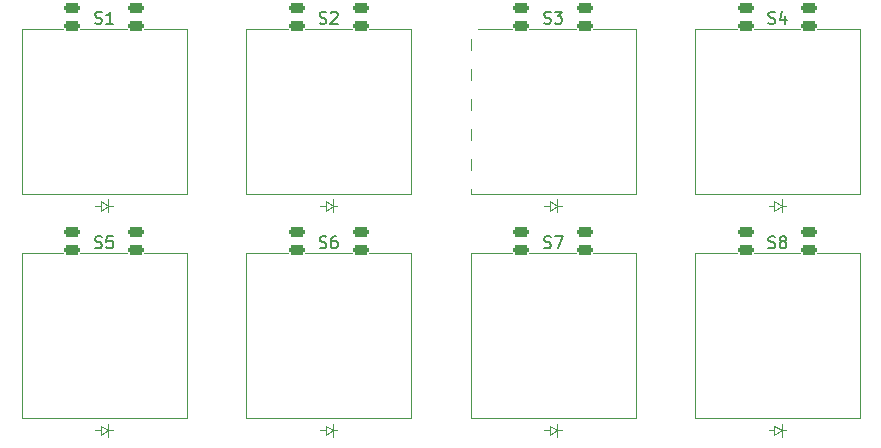
<source format=gto>
G04 #@! TF.GenerationSoftware,KiCad,Pcbnew,9.0.7*
G04 #@! TF.CreationDate,2026-02-20T22:20:20+11:00*
G04 #@! TF.ProjectId,oled-v2,6f6c6564-2d76-4322-9e6b-696361645f70,rev?*
G04 #@! TF.SameCoordinates,Original*
G04 #@! TF.FileFunction,Legend,Top*
G04 #@! TF.FilePolarity,Positive*
%FSLAX46Y46*%
G04 Gerber Fmt 4.6, Leading zero omitted, Abs format (unit mm)*
G04 Created by KiCad (PCBNEW 9.0.7) date 2026-02-20 22:20:20*
%MOMM*%
%LPD*%
G01*
G04 APERTURE LIST*
G04 Aperture macros list*
%AMRoundRect*
0 Rectangle with rounded corners*
0 $1 Rounding radius*
0 $2 $3 $4 $5 $6 $7 $8 $9 X,Y pos of 4 corners*
0 Add a 4 corners polygon primitive as box body*
4,1,4,$2,$3,$4,$5,$6,$7,$8,$9,$2,$3,0*
0 Add four circle primitives for the rounded corners*
1,1,$1+$1,$2,$3*
1,1,$1+$1,$4,$5*
1,1,$1+$1,$6,$7*
1,1,$1+$1,$8,$9*
0 Add four rect primitives between the rounded corners*
20,1,$1+$1,$2,$3,$4,$5,0*
20,1,$1+$1,$4,$5,$6,$7,0*
20,1,$1+$1,$6,$7,$8,$9,0*
20,1,$1+$1,$8,$9,$2,$3,0*%
G04 Aperture macros list end*
%ADD10C,0.150000*%
%ADD11C,0.100000*%
%ADD12C,0.120000*%
%ADD13R,1.600000X1.600000*%
%ADD14O,1.600000X1.600000*%
%ADD15C,1.700000*%
%ADD16C,4.000000*%
%ADD17C,2.200000*%
%ADD18RoundRect,0.205000X-0.495000X-0.205000X0.495000X-0.205000X0.495000X0.205000X-0.495000X0.205000X0*%
%ADD19R,1.700000X1.700000*%
%ADD20O,1.700000X1.700000*%
%ADD21R,3.500000X1.700000*%
%ADD22O,3.600000X1.700000*%
%ADD23O,3.700000X1.700000*%
G04 APERTURE END LIST*
D10*
X102238095Y-55533200D02*
X102380952Y-55580819D01*
X102380952Y-55580819D02*
X102619047Y-55580819D01*
X102619047Y-55580819D02*
X102714285Y-55533200D01*
X102714285Y-55533200D02*
X102761904Y-55485580D01*
X102761904Y-55485580D02*
X102809523Y-55390342D01*
X102809523Y-55390342D02*
X102809523Y-55295104D01*
X102809523Y-55295104D02*
X102761904Y-55199866D01*
X102761904Y-55199866D02*
X102714285Y-55152247D01*
X102714285Y-55152247D02*
X102619047Y-55104628D01*
X102619047Y-55104628D02*
X102428571Y-55057009D01*
X102428571Y-55057009D02*
X102333333Y-55009390D01*
X102333333Y-55009390D02*
X102285714Y-54961771D01*
X102285714Y-54961771D02*
X102238095Y-54866533D01*
X102238095Y-54866533D02*
X102238095Y-54771295D01*
X102238095Y-54771295D02*
X102285714Y-54676057D01*
X102285714Y-54676057D02*
X102333333Y-54628438D01*
X102333333Y-54628438D02*
X102428571Y-54580819D01*
X102428571Y-54580819D02*
X102666666Y-54580819D01*
X102666666Y-54580819D02*
X102809523Y-54628438D01*
X103190476Y-54676057D02*
X103238095Y-54628438D01*
X103238095Y-54628438D02*
X103333333Y-54580819D01*
X103333333Y-54580819D02*
X103571428Y-54580819D01*
X103571428Y-54580819D02*
X103666666Y-54628438D01*
X103666666Y-54628438D02*
X103714285Y-54676057D01*
X103714285Y-54676057D02*
X103761904Y-54771295D01*
X103761904Y-54771295D02*
X103761904Y-54866533D01*
X103761904Y-54866533D02*
X103714285Y-55009390D01*
X103714285Y-55009390D02*
X103142857Y-55580819D01*
X103142857Y-55580819D02*
X103761904Y-55580819D01*
X83238095Y-55533200D02*
X83380952Y-55580819D01*
X83380952Y-55580819D02*
X83619047Y-55580819D01*
X83619047Y-55580819D02*
X83714285Y-55533200D01*
X83714285Y-55533200D02*
X83761904Y-55485580D01*
X83761904Y-55485580D02*
X83809523Y-55390342D01*
X83809523Y-55390342D02*
X83809523Y-55295104D01*
X83809523Y-55295104D02*
X83761904Y-55199866D01*
X83761904Y-55199866D02*
X83714285Y-55152247D01*
X83714285Y-55152247D02*
X83619047Y-55104628D01*
X83619047Y-55104628D02*
X83428571Y-55057009D01*
X83428571Y-55057009D02*
X83333333Y-55009390D01*
X83333333Y-55009390D02*
X83285714Y-54961771D01*
X83285714Y-54961771D02*
X83238095Y-54866533D01*
X83238095Y-54866533D02*
X83238095Y-54771295D01*
X83238095Y-54771295D02*
X83285714Y-54676057D01*
X83285714Y-54676057D02*
X83333333Y-54628438D01*
X83333333Y-54628438D02*
X83428571Y-54580819D01*
X83428571Y-54580819D02*
X83666666Y-54580819D01*
X83666666Y-54580819D02*
X83809523Y-54628438D01*
X84761904Y-55580819D02*
X84190476Y-55580819D01*
X84476190Y-55580819D02*
X84476190Y-54580819D01*
X84476190Y-54580819D02*
X84380952Y-54723676D01*
X84380952Y-54723676D02*
X84285714Y-54818914D01*
X84285714Y-54818914D02*
X84190476Y-54866533D01*
X140238095Y-55533200D02*
X140380952Y-55580819D01*
X140380952Y-55580819D02*
X140619047Y-55580819D01*
X140619047Y-55580819D02*
X140714285Y-55533200D01*
X140714285Y-55533200D02*
X140761904Y-55485580D01*
X140761904Y-55485580D02*
X140809523Y-55390342D01*
X140809523Y-55390342D02*
X140809523Y-55295104D01*
X140809523Y-55295104D02*
X140761904Y-55199866D01*
X140761904Y-55199866D02*
X140714285Y-55152247D01*
X140714285Y-55152247D02*
X140619047Y-55104628D01*
X140619047Y-55104628D02*
X140428571Y-55057009D01*
X140428571Y-55057009D02*
X140333333Y-55009390D01*
X140333333Y-55009390D02*
X140285714Y-54961771D01*
X140285714Y-54961771D02*
X140238095Y-54866533D01*
X140238095Y-54866533D02*
X140238095Y-54771295D01*
X140238095Y-54771295D02*
X140285714Y-54676057D01*
X140285714Y-54676057D02*
X140333333Y-54628438D01*
X140333333Y-54628438D02*
X140428571Y-54580819D01*
X140428571Y-54580819D02*
X140666666Y-54580819D01*
X140666666Y-54580819D02*
X140809523Y-54628438D01*
X141666666Y-54914152D02*
X141666666Y-55580819D01*
X141428571Y-54533200D02*
X141190476Y-55247485D01*
X141190476Y-55247485D02*
X141809523Y-55247485D01*
X121238095Y-74533200D02*
X121380952Y-74580819D01*
X121380952Y-74580819D02*
X121619047Y-74580819D01*
X121619047Y-74580819D02*
X121714285Y-74533200D01*
X121714285Y-74533200D02*
X121761904Y-74485580D01*
X121761904Y-74485580D02*
X121809523Y-74390342D01*
X121809523Y-74390342D02*
X121809523Y-74295104D01*
X121809523Y-74295104D02*
X121761904Y-74199866D01*
X121761904Y-74199866D02*
X121714285Y-74152247D01*
X121714285Y-74152247D02*
X121619047Y-74104628D01*
X121619047Y-74104628D02*
X121428571Y-74057009D01*
X121428571Y-74057009D02*
X121333333Y-74009390D01*
X121333333Y-74009390D02*
X121285714Y-73961771D01*
X121285714Y-73961771D02*
X121238095Y-73866533D01*
X121238095Y-73866533D02*
X121238095Y-73771295D01*
X121238095Y-73771295D02*
X121285714Y-73676057D01*
X121285714Y-73676057D02*
X121333333Y-73628438D01*
X121333333Y-73628438D02*
X121428571Y-73580819D01*
X121428571Y-73580819D02*
X121666666Y-73580819D01*
X121666666Y-73580819D02*
X121809523Y-73628438D01*
X122142857Y-73580819D02*
X122809523Y-73580819D01*
X122809523Y-73580819D02*
X122380952Y-74580819D01*
X83238095Y-74533200D02*
X83380952Y-74580819D01*
X83380952Y-74580819D02*
X83619047Y-74580819D01*
X83619047Y-74580819D02*
X83714285Y-74533200D01*
X83714285Y-74533200D02*
X83761904Y-74485580D01*
X83761904Y-74485580D02*
X83809523Y-74390342D01*
X83809523Y-74390342D02*
X83809523Y-74295104D01*
X83809523Y-74295104D02*
X83761904Y-74199866D01*
X83761904Y-74199866D02*
X83714285Y-74152247D01*
X83714285Y-74152247D02*
X83619047Y-74104628D01*
X83619047Y-74104628D02*
X83428571Y-74057009D01*
X83428571Y-74057009D02*
X83333333Y-74009390D01*
X83333333Y-74009390D02*
X83285714Y-73961771D01*
X83285714Y-73961771D02*
X83238095Y-73866533D01*
X83238095Y-73866533D02*
X83238095Y-73771295D01*
X83238095Y-73771295D02*
X83285714Y-73676057D01*
X83285714Y-73676057D02*
X83333333Y-73628438D01*
X83333333Y-73628438D02*
X83428571Y-73580819D01*
X83428571Y-73580819D02*
X83666666Y-73580819D01*
X83666666Y-73580819D02*
X83809523Y-73628438D01*
X84714285Y-73580819D02*
X84238095Y-73580819D01*
X84238095Y-73580819D02*
X84190476Y-74057009D01*
X84190476Y-74057009D02*
X84238095Y-74009390D01*
X84238095Y-74009390D02*
X84333333Y-73961771D01*
X84333333Y-73961771D02*
X84571428Y-73961771D01*
X84571428Y-73961771D02*
X84666666Y-74009390D01*
X84666666Y-74009390D02*
X84714285Y-74057009D01*
X84714285Y-74057009D02*
X84761904Y-74152247D01*
X84761904Y-74152247D02*
X84761904Y-74390342D01*
X84761904Y-74390342D02*
X84714285Y-74485580D01*
X84714285Y-74485580D02*
X84666666Y-74533200D01*
X84666666Y-74533200D02*
X84571428Y-74580819D01*
X84571428Y-74580819D02*
X84333333Y-74580819D01*
X84333333Y-74580819D02*
X84238095Y-74533200D01*
X84238095Y-74533200D02*
X84190476Y-74485580D01*
X140238095Y-74533200D02*
X140380952Y-74580819D01*
X140380952Y-74580819D02*
X140619047Y-74580819D01*
X140619047Y-74580819D02*
X140714285Y-74533200D01*
X140714285Y-74533200D02*
X140761904Y-74485580D01*
X140761904Y-74485580D02*
X140809523Y-74390342D01*
X140809523Y-74390342D02*
X140809523Y-74295104D01*
X140809523Y-74295104D02*
X140761904Y-74199866D01*
X140761904Y-74199866D02*
X140714285Y-74152247D01*
X140714285Y-74152247D02*
X140619047Y-74104628D01*
X140619047Y-74104628D02*
X140428571Y-74057009D01*
X140428571Y-74057009D02*
X140333333Y-74009390D01*
X140333333Y-74009390D02*
X140285714Y-73961771D01*
X140285714Y-73961771D02*
X140238095Y-73866533D01*
X140238095Y-73866533D02*
X140238095Y-73771295D01*
X140238095Y-73771295D02*
X140285714Y-73676057D01*
X140285714Y-73676057D02*
X140333333Y-73628438D01*
X140333333Y-73628438D02*
X140428571Y-73580819D01*
X140428571Y-73580819D02*
X140666666Y-73580819D01*
X140666666Y-73580819D02*
X140809523Y-73628438D01*
X141380952Y-74009390D02*
X141285714Y-73961771D01*
X141285714Y-73961771D02*
X141238095Y-73914152D01*
X141238095Y-73914152D02*
X141190476Y-73818914D01*
X141190476Y-73818914D02*
X141190476Y-73771295D01*
X141190476Y-73771295D02*
X141238095Y-73676057D01*
X141238095Y-73676057D02*
X141285714Y-73628438D01*
X141285714Y-73628438D02*
X141380952Y-73580819D01*
X141380952Y-73580819D02*
X141571428Y-73580819D01*
X141571428Y-73580819D02*
X141666666Y-73628438D01*
X141666666Y-73628438D02*
X141714285Y-73676057D01*
X141714285Y-73676057D02*
X141761904Y-73771295D01*
X141761904Y-73771295D02*
X141761904Y-73818914D01*
X141761904Y-73818914D02*
X141714285Y-73914152D01*
X141714285Y-73914152D02*
X141666666Y-73961771D01*
X141666666Y-73961771D02*
X141571428Y-74009390D01*
X141571428Y-74009390D02*
X141380952Y-74009390D01*
X141380952Y-74009390D02*
X141285714Y-74057009D01*
X141285714Y-74057009D02*
X141238095Y-74104628D01*
X141238095Y-74104628D02*
X141190476Y-74199866D01*
X141190476Y-74199866D02*
X141190476Y-74390342D01*
X141190476Y-74390342D02*
X141238095Y-74485580D01*
X141238095Y-74485580D02*
X141285714Y-74533200D01*
X141285714Y-74533200D02*
X141380952Y-74580819D01*
X141380952Y-74580819D02*
X141571428Y-74580819D01*
X141571428Y-74580819D02*
X141666666Y-74533200D01*
X141666666Y-74533200D02*
X141714285Y-74485580D01*
X141714285Y-74485580D02*
X141761904Y-74390342D01*
X141761904Y-74390342D02*
X141761904Y-74199866D01*
X141761904Y-74199866D02*
X141714285Y-74104628D01*
X141714285Y-74104628D02*
X141666666Y-74057009D01*
X141666666Y-74057009D02*
X141571428Y-74009390D01*
X121238095Y-55533200D02*
X121380952Y-55580819D01*
X121380952Y-55580819D02*
X121619047Y-55580819D01*
X121619047Y-55580819D02*
X121714285Y-55533200D01*
X121714285Y-55533200D02*
X121761904Y-55485580D01*
X121761904Y-55485580D02*
X121809523Y-55390342D01*
X121809523Y-55390342D02*
X121809523Y-55295104D01*
X121809523Y-55295104D02*
X121761904Y-55199866D01*
X121761904Y-55199866D02*
X121714285Y-55152247D01*
X121714285Y-55152247D02*
X121619047Y-55104628D01*
X121619047Y-55104628D02*
X121428571Y-55057009D01*
X121428571Y-55057009D02*
X121333333Y-55009390D01*
X121333333Y-55009390D02*
X121285714Y-54961771D01*
X121285714Y-54961771D02*
X121238095Y-54866533D01*
X121238095Y-54866533D02*
X121238095Y-54771295D01*
X121238095Y-54771295D02*
X121285714Y-54676057D01*
X121285714Y-54676057D02*
X121333333Y-54628438D01*
X121333333Y-54628438D02*
X121428571Y-54580819D01*
X121428571Y-54580819D02*
X121666666Y-54580819D01*
X121666666Y-54580819D02*
X121809523Y-54628438D01*
X122142857Y-54580819D02*
X122761904Y-54580819D01*
X122761904Y-54580819D02*
X122428571Y-54961771D01*
X122428571Y-54961771D02*
X122571428Y-54961771D01*
X122571428Y-54961771D02*
X122666666Y-55009390D01*
X122666666Y-55009390D02*
X122714285Y-55057009D01*
X122714285Y-55057009D02*
X122761904Y-55152247D01*
X122761904Y-55152247D02*
X122761904Y-55390342D01*
X122761904Y-55390342D02*
X122714285Y-55485580D01*
X122714285Y-55485580D02*
X122666666Y-55533200D01*
X122666666Y-55533200D02*
X122571428Y-55580819D01*
X122571428Y-55580819D02*
X122285714Y-55580819D01*
X122285714Y-55580819D02*
X122190476Y-55533200D01*
X122190476Y-55533200D02*
X122142857Y-55485580D01*
X102238095Y-74533200D02*
X102380952Y-74580819D01*
X102380952Y-74580819D02*
X102619047Y-74580819D01*
X102619047Y-74580819D02*
X102714285Y-74533200D01*
X102714285Y-74533200D02*
X102761904Y-74485580D01*
X102761904Y-74485580D02*
X102809523Y-74390342D01*
X102809523Y-74390342D02*
X102809523Y-74295104D01*
X102809523Y-74295104D02*
X102761904Y-74199866D01*
X102761904Y-74199866D02*
X102714285Y-74152247D01*
X102714285Y-74152247D02*
X102619047Y-74104628D01*
X102619047Y-74104628D02*
X102428571Y-74057009D01*
X102428571Y-74057009D02*
X102333333Y-74009390D01*
X102333333Y-74009390D02*
X102285714Y-73961771D01*
X102285714Y-73961771D02*
X102238095Y-73866533D01*
X102238095Y-73866533D02*
X102238095Y-73771295D01*
X102238095Y-73771295D02*
X102285714Y-73676057D01*
X102285714Y-73676057D02*
X102333333Y-73628438D01*
X102333333Y-73628438D02*
X102428571Y-73580819D01*
X102428571Y-73580819D02*
X102666666Y-73580819D01*
X102666666Y-73580819D02*
X102809523Y-73628438D01*
X103666666Y-73580819D02*
X103476190Y-73580819D01*
X103476190Y-73580819D02*
X103380952Y-73628438D01*
X103380952Y-73628438D02*
X103333333Y-73676057D01*
X103333333Y-73676057D02*
X103238095Y-73818914D01*
X103238095Y-73818914D02*
X103190476Y-74009390D01*
X103190476Y-74009390D02*
X103190476Y-74390342D01*
X103190476Y-74390342D02*
X103238095Y-74485580D01*
X103238095Y-74485580D02*
X103285714Y-74533200D01*
X103285714Y-74533200D02*
X103380952Y-74580819D01*
X103380952Y-74580819D02*
X103571428Y-74580819D01*
X103571428Y-74580819D02*
X103666666Y-74533200D01*
X103666666Y-74533200D02*
X103714285Y-74485580D01*
X103714285Y-74485580D02*
X103761904Y-74390342D01*
X103761904Y-74390342D02*
X103761904Y-74152247D01*
X103761904Y-74152247D02*
X103714285Y-74057009D01*
X103714285Y-74057009D02*
X103666666Y-74009390D01*
X103666666Y-74009390D02*
X103571428Y-73961771D01*
X103571428Y-73961771D02*
X103380952Y-73961771D01*
X103380952Y-73961771D02*
X103285714Y-74009390D01*
X103285714Y-74009390D02*
X103238095Y-74057009D01*
X103238095Y-74057009D02*
X103190476Y-74152247D01*
D11*
X121750000Y-89600000D02*
X122350000Y-90000000D01*
X121750000Y-90000000D02*
X121250000Y-90000000D01*
X121750000Y-90400000D02*
X121750000Y-89600000D01*
X122350000Y-90000000D02*
X121750000Y-90400000D01*
X122350000Y-90550000D02*
X122350000Y-89450000D01*
X122750000Y-90000000D02*
X122350000Y-90000000D01*
D12*
X96015000Y-56015000D02*
X109985000Y-56015000D01*
X96015000Y-69985000D02*
X96015000Y-56015000D01*
X109985000Y-56015000D02*
X109985000Y-69985000D01*
X109985000Y-69985000D02*
X96015000Y-69985000D01*
D11*
X102750000Y-89600000D02*
X103350000Y-90000000D01*
X102750000Y-90000000D02*
X102250000Y-90000000D01*
X102750000Y-90400000D02*
X102750000Y-89600000D01*
X103350000Y-90000000D02*
X102750000Y-90400000D01*
X103350000Y-90550000D02*
X103350000Y-89450000D01*
X103750000Y-90000000D02*
X103350000Y-90000000D01*
X140750000Y-70600000D02*
X141350000Y-71000000D01*
X140750000Y-71000000D02*
X140250000Y-71000000D01*
X140750000Y-71400000D02*
X140750000Y-70600000D01*
X141350000Y-71000000D02*
X140750000Y-71400000D01*
X141350000Y-71550000D02*
X141350000Y-70450000D01*
X141750000Y-71000000D02*
X141350000Y-71000000D01*
D12*
X77015000Y-56015000D02*
X90985000Y-56015000D01*
X77015000Y-69985000D02*
X77015000Y-56015000D01*
X90985000Y-56015000D02*
X90985000Y-69985000D01*
X90985000Y-69985000D02*
X77015000Y-69985000D01*
D11*
X83750000Y-70600000D02*
X84350000Y-71000000D01*
X83750000Y-71000000D02*
X83250000Y-71000000D01*
X83750000Y-71400000D02*
X83750000Y-70600000D01*
X84350000Y-71000000D02*
X83750000Y-71400000D01*
X84350000Y-71550000D02*
X84350000Y-70450000D01*
X84750000Y-71000000D02*
X84350000Y-71000000D01*
D12*
X134015000Y-56015000D02*
X147985000Y-56015000D01*
X134015000Y-69985000D02*
X134015000Y-56015000D01*
X147985000Y-56015000D02*
X147985000Y-69985000D01*
X147985000Y-69985000D02*
X134015000Y-69985000D01*
X115015000Y-75015000D02*
X128985000Y-75015000D01*
X115015000Y-88985000D02*
X115015000Y-75015000D01*
X128985000Y-75015000D02*
X128985000Y-88985000D01*
X128985000Y-88985000D02*
X115015000Y-88985000D01*
X77015000Y-75015000D02*
X90985000Y-75015000D01*
X77015000Y-88985000D02*
X77015000Y-75015000D01*
X90985000Y-75015000D02*
X90985000Y-88985000D01*
X90985000Y-88985000D02*
X77015000Y-88985000D01*
D11*
X121750000Y-70600000D02*
X122350000Y-71000000D01*
X121750000Y-71000000D02*
X121250000Y-71000000D01*
X121750000Y-71400000D02*
X121750000Y-70600000D01*
X122350000Y-71000000D02*
X121750000Y-71400000D01*
X122350000Y-71550000D02*
X122350000Y-70450000D01*
X122750000Y-71000000D02*
X122350000Y-71000000D01*
X83750000Y-89600000D02*
X84350000Y-90000000D01*
X83750000Y-90000000D02*
X83250000Y-90000000D01*
X83750000Y-90400000D02*
X83750000Y-89600000D01*
X84350000Y-90000000D02*
X83750000Y-90400000D01*
X84350000Y-90550000D02*
X84350000Y-89450000D01*
X84750000Y-90000000D02*
X84350000Y-90000000D01*
X140750000Y-89600000D02*
X141350000Y-90000000D01*
X140750000Y-90000000D02*
X140250000Y-90000000D01*
X140750000Y-90400000D02*
X140750000Y-89600000D01*
X141350000Y-90000000D02*
X140750000Y-90400000D01*
X141350000Y-90550000D02*
X141350000Y-89450000D01*
X141750000Y-90000000D02*
X141350000Y-90000000D01*
D12*
X134015000Y-75015000D02*
X147985000Y-75015000D01*
X134015000Y-88985000D02*
X134015000Y-75015000D01*
X147985000Y-75015000D02*
X147985000Y-88985000D01*
X147985000Y-88985000D02*
X134015000Y-88985000D01*
X115015000Y-56015000D02*
X128985000Y-56015000D01*
X115015000Y-69985000D02*
X115015000Y-56015000D01*
X128985000Y-56015000D02*
X128985000Y-69985000D01*
X128985000Y-69985000D02*
X115015000Y-69985000D01*
D11*
X102750000Y-70600000D02*
X103350000Y-71000000D01*
X102750000Y-71000000D02*
X102250000Y-71000000D01*
X102750000Y-71400000D02*
X102750000Y-70600000D01*
X103350000Y-71000000D02*
X102750000Y-71400000D01*
X103350000Y-71550000D02*
X103350000Y-70450000D01*
X103750000Y-71000000D02*
X103350000Y-71000000D01*
D12*
X96015000Y-75015000D02*
X109985000Y-75015000D01*
X96015000Y-88985000D02*
X96015000Y-75015000D01*
X109985000Y-75015000D02*
X109985000Y-88985000D01*
X109985000Y-88985000D02*
X96015000Y-88985000D01*
%LPC*%
D13*
X125810000Y-90000000D03*
D14*
X118190000Y-90000000D03*
D15*
X97920000Y-63000000D03*
D16*
X103000000Y-63000000D03*
D15*
X108080000Y-63000000D03*
D17*
X105540000Y-57920000D03*
X99190000Y-60460000D03*
D13*
X106810000Y-90000000D03*
D14*
X99190000Y-90000000D03*
D13*
X144810000Y-71000000D03*
D14*
X137190000Y-71000000D03*
D18*
X124700000Y-54250000D03*
X124700000Y-55750000D03*
X119300000Y-55750000D03*
X119300000Y-54250000D03*
D15*
X78920000Y-63000000D03*
D16*
X84000000Y-63000000D03*
D15*
X89080000Y-63000000D03*
D17*
X86540000Y-57920000D03*
X80190000Y-60460000D03*
D13*
X87810000Y-71000000D03*
D14*
X80190000Y-71000000D03*
D18*
X143700000Y-54250000D03*
X143700000Y-55750000D03*
X138300000Y-55750000D03*
X138300000Y-54250000D03*
D19*
X72040000Y-89500000D03*
D20*
X69500000Y-89500000D03*
X66960000Y-89500000D03*
X64420000Y-89500000D03*
D15*
X135920000Y-63000000D03*
D16*
X141000000Y-63000000D03*
D15*
X146080000Y-63000000D03*
D17*
X143540000Y-57920000D03*
X137190000Y-60460000D03*
D15*
X116920000Y-82000000D03*
D16*
X122000000Y-82000000D03*
D15*
X127080000Y-82000000D03*
D17*
X124540000Y-76920000D03*
X118190000Y-79460000D03*
D15*
X78920000Y-82000000D03*
D16*
X84000000Y-82000000D03*
D15*
X89080000Y-82000000D03*
D17*
X86540000Y-76920000D03*
X80190000Y-79460000D03*
D13*
X125810000Y-71000000D03*
D14*
X118190000Y-71000000D03*
D13*
X87810000Y-90000000D03*
D14*
X80190000Y-90000000D03*
D13*
X144810000Y-90000000D03*
D14*
X137190000Y-90000000D03*
D18*
X105700000Y-73250000D03*
X105700000Y-74750000D03*
X100300000Y-74750000D03*
X100300000Y-73250000D03*
X86700000Y-73250000D03*
X86700000Y-74750000D03*
X81300000Y-74750000D03*
X81300000Y-73250000D03*
D15*
X135920000Y-82000000D03*
D16*
X141000000Y-82000000D03*
D15*
X146080000Y-82000000D03*
D17*
X143540000Y-76920000D03*
X137190000Y-79460000D03*
D18*
X124700000Y-73250000D03*
X124700000Y-74750000D03*
X119300000Y-74750000D03*
X119300000Y-73250000D03*
X105700000Y-54250000D03*
X105700000Y-55750000D03*
X100300000Y-55750000D03*
X100300000Y-54250000D03*
D15*
X116920000Y-63000000D03*
D16*
X122000000Y-63000000D03*
D15*
X127080000Y-63000000D03*
D17*
X124540000Y-57920000D03*
X118190000Y-60460000D03*
D13*
X106810000Y-71000000D03*
D14*
X99190000Y-71000000D03*
D18*
X143700000Y-73250000D03*
X143700000Y-74750000D03*
X138300000Y-74750000D03*
X138300000Y-73250000D03*
D15*
X97920000Y-82000000D03*
D16*
X103000000Y-82000000D03*
D15*
X108080000Y-82000000D03*
D17*
X105540000Y-76920000D03*
X99190000Y-79460000D03*
D18*
X86700000Y-54250000D03*
X86700000Y-55750000D03*
X81300000Y-55750000D03*
X81300000Y-54250000D03*
D21*
X131014500Y-56092015D03*
D22*
X131014500Y-58632015D03*
X131014500Y-61172015D03*
X131014500Y-63712015D03*
X131014500Y-66252015D03*
X131014500Y-68792015D03*
X131014500Y-71332015D03*
X113764500Y-71332015D03*
X113764500Y-68792015D03*
X113764500Y-66252015D03*
D23*
X113764500Y-63712015D03*
X113764500Y-61172015D03*
X113764500Y-58632015D03*
X113764500Y-56092015D03*
%LPD*%
M02*

</source>
